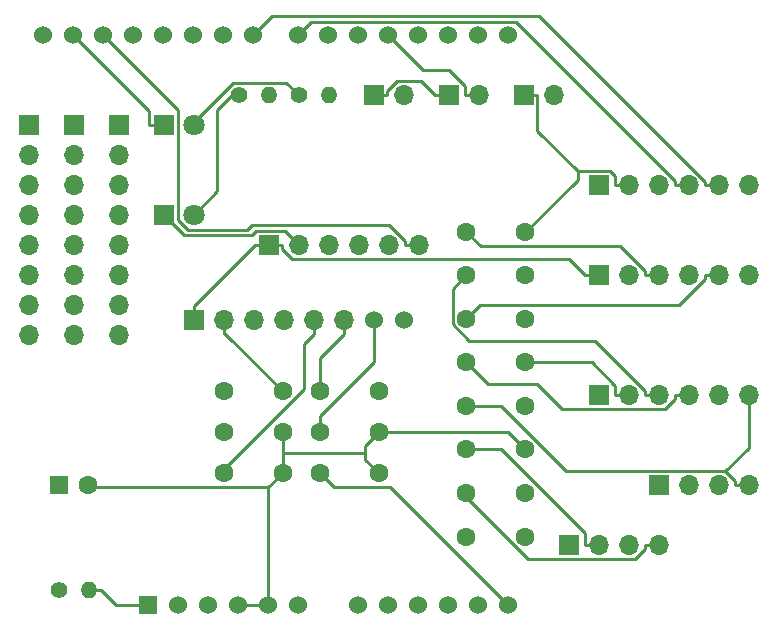
<source format=gbr>
G04 #@! TF.GenerationSoftware,KiCad,Pcbnew,(5.1.5-0-10_14)*
G04 #@! TF.CreationDate,2020-03-08T07:23:16+10:00*
G04 #@! TF.ProjectId,Arduino_NW_Template,41726475-696e-46f5-9f4e-575f54656d70,rev?*
G04 #@! TF.SameCoordinates,Original*
G04 #@! TF.FileFunction,Copper,L1,Top*
G04 #@! TF.FilePolarity,Positive*
%FSLAX46Y46*%
G04 Gerber Fmt 4.6, Leading zero omitted, Abs format (unit mm)*
G04 Created by KiCad (PCBNEW (5.1.5-0-10_14)) date 2020-03-08 07:23:16*
%MOMM*%
%LPD*%
G04 APERTURE LIST*
%ADD10C,1.400000*%
%ADD11O,1.400000X1.400000*%
%ADD12R,1.700000X1.700000*%
%ADD13O,1.700000X1.700000*%
%ADD14C,1.524000*%
%ADD15C,1.800000*%
%ADD16R,1.800000X1.800000*%
%ADD17C,1.600000*%
%ADD18R,1.600000X1.600000*%
%ADD19R,1.524000X1.524000*%
%ADD20C,0.250000*%
G04 APERTURE END LIST*
D10*
X123810000Y-70866000D03*
D11*
X126350000Y-70866000D03*
D10*
X118730000Y-70866000D03*
D11*
X121270000Y-70866000D03*
D12*
X149210000Y-96266000D03*
D13*
X151750000Y-96266000D03*
X154290000Y-96266000D03*
X156830000Y-96266000D03*
X159370000Y-96266000D03*
X161910000Y-96266000D03*
D12*
X149210000Y-86106000D03*
D13*
X151750000Y-86106000D03*
X154290000Y-86106000D03*
X156830000Y-86106000D03*
X159370000Y-86106000D03*
X161910000Y-86106000D03*
X161910000Y-103886000D03*
X159370000Y-103886000D03*
X156830000Y-103886000D03*
D12*
X154290000Y-103886000D03*
D14*
X132700000Y-89916000D03*
X130160000Y-89916000D03*
D12*
X114920000Y-89916000D03*
D13*
X117460000Y-89916000D03*
X120000000Y-89916000D03*
X122540000Y-89916000D03*
X125080000Y-89916000D03*
X127620000Y-89916000D03*
X154290000Y-108966000D03*
X151750000Y-108966000D03*
X149210000Y-108966000D03*
D12*
X146670000Y-108966000D03*
D13*
X108570000Y-91186000D03*
X108570000Y-88646000D03*
X108570000Y-86106000D03*
X108570000Y-83566000D03*
X108570000Y-81026000D03*
X108570000Y-78486000D03*
X108570000Y-75946000D03*
D12*
X108570000Y-73406000D03*
D13*
X104760000Y-91186000D03*
X104760000Y-88646000D03*
X104760000Y-86106000D03*
X104760000Y-83566000D03*
X104760000Y-81026000D03*
X104760000Y-78486000D03*
X104760000Y-75946000D03*
D12*
X104760000Y-73406000D03*
D13*
X100950000Y-91186000D03*
X100950000Y-88646000D03*
X100950000Y-86106000D03*
X100950000Y-83566000D03*
X100950000Y-81026000D03*
X100950000Y-78486000D03*
X100950000Y-75946000D03*
D12*
X100950000Y-73406000D03*
X121270000Y-83566000D03*
D13*
X123810000Y-83566000D03*
X126350000Y-83566000D03*
X128890000Y-83566000D03*
X131430000Y-83566000D03*
X133970000Y-83566000D03*
X139050000Y-70866000D03*
D12*
X136510000Y-70866000D03*
D13*
X132700000Y-70866000D03*
D12*
X130160000Y-70866000D03*
D13*
X145400000Y-70866000D03*
D12*
X142860000Y-70866000D03*
D15*
X114920000Y-81026000D03*
D16*
X112380000Y-81026000D03*
D15*
X114920000Y-73406000D03*
D16*
X112380000Y-73406000D03*
D17*
X143020000Y-97188900D03*
X138020000Y-97188900D03*
X143020000Y-108246000D03*
X138020000Y-108246000D03*
X143020000Y-104560000D03*
X138020000Y-104560000D03*
X143020000Y-93503100D03*
X138020000Y-93503100D03*
X143020000Y-89817400D03*
X138020000Y-89817400D03*
X143020000Y-86131700D03*
X138020000Y-86131700D03*
X143020000Y-100875000D03*
X138020000Y-100875000D03*
X143020000Y-82446000D03*
X138020000Y-82446000D03*
X130610000Y-102856000D03*
X125610000Y-102856000D03*
X130610000Y-99406000D03*
X125610000Y-99406000D03*
X130610000Y-95956000D03*
X125610000Y-95956000D03*
X122460000Y-102856000D03*
X117460000Y-102856000D03*
X122460000Y-99406000D03*
X117460000Y-99406000D03*
X122460000Y-95956000D03*
X117460000Y-95956000D03*
D12*
X149210000Y-78486000D03*
D13*
X151750000Y-78486000D03*
X154290000Y-78486000D03*
X156830000Y-78486000D03*
X159370000Y-78486000D03*
X161910000Y-78486000D03*
D10*
X103490000Y-112776000D03*
D11*
X106030000Y-112776000D03*
D18*
X103490000Y-103886000D03*
D17*
X105990000Y-103886000D03*
D14*
X102177000Y-65782000D03*
X104717000Y-65782000D03*
X107257000Y-65782000D03*
X109797000Y-65782000D03*
X112337000Y-65782000D03*
X114877000Y-65782000D03*
X117417000Y-65782000D03*
X119957000Y-65782000D03*
X123767000Y-65782000D03*
X126307000Y-65782000D03*
X128847000Y-65782000D03*
X131387000Y-65782000D03*
X133927000Y-65782000D03*
X136467000Y-65782000D03*
X139007000Y-65782000D03*
X141547000Y-65782000D03*
X141547000Y-114042000D03*
X139007000Y-114042000D03*
X136467000Y-114042000D03*
X133927000Y-114042000D03*
X131387000Y-114042000D03*
X128847000Y-114042000D03*
X123767000Y-114042000D03*
X121227000Y-114042000D03*
X118687000Y-114042000D03*
X116147000Y-114042000D03*
X113607000Y-114042000D03*
D19*
X111067000Y-114042000D03*
D20*
X151750000Y-96266000D02*
X150574700Y-96266000D01*
X143020000Y-93503100D02*
X148619800Y-93503100D01*
X148619800Y-93503100D02*
X150574700Y-95458000D01*
X150574700Y-95458000D02*
X150574700Y-96266000D01*
X112380000Y-81026000D02*
X114082500Y-82728500D01*
X114082500Y-82728500D02*
X119889900Y-82728500D01*
X119889900Y-82728500D02*
X120227700Y-82390700D01*
X120227700Y-82390700D02*
X122634700Y-82390700D01*
X122634700Y-82390700D02*
X123810000Y-83566000D01*
X129478000Y-101131000D02*
X129478000Y-100538000D01*
X129478000Y-100538000D02*
X130610000Y-99406000D01*
X130610000Y-102856000D02*
X129478000Y-101724000D01*
X129478000Y-101724000D02*
X129478000Y-101131000D01*
X122460000Y-101131000D02*
X129478000Y-101131000D01*
X122460000Y-101131000D02*
X122460000Y-99406000D01*
X122460000Y-102856000D02*
X122460000Y-101131000D01*
X121227000Y-104089000D02*
X122460000Y-102856000D01*
X121227000Y-114042000D02*
X121227000Y-104089000D01*
X121227000Y-104089000D02*
X106193000Y-104089000D01*
X106193000Y-104089000D02*
X105990000Y-103886000D01*
X147441300Y-77292700D02*
X144035300Y-73886700D01*
X144035300Y-73886700D02*
X144035300Y-70866000D01*
X143020000Y-82446000D02*
X147441300Y-78024700D01*
X147441300Y-78024700D02*
X147441300Y-77292700D01*
X150574700Y-78486000D02*
X150574700Y-77677900D01*
X150574700Y-77677900D02*
X150189500Y-77292700D01*
X150189500Y-77292700D02*
X147441300Y-77292700D01*
X142860000Y-70866000D02*
X144035300Y-70866000D01*
X151750000Y-78486000D02*
X150574700Y-78486000D01*
X118687000Y-114042000D02*
X121227000Y-114042000D01*
X136510000Y-70866000D02*
X135334700Y-70866000D01*
X130160000Y-70866000D02*
X131335300Y-70866000D01*
X135334700Y-70866000D02*
X134159400Y-69690700D01*
X134159400Y-69690700D02*
X132143200Y-69690700D01*
X132143200Y-69690700D02*
X131335300Y-70498600D01*
X131335300Y-70498600D02*
X131335300Y-70866000D01*
X112380000Y-73406000D02*
X111154700Y-73406000D01*
X111154700Y-73406000D02*
X111154700Y-72219700D01*
X111154700Y-72219700D02*
X104717000Y-65782000D01*
X117460000Y-89916000D02*
X117460000Y-91091300D01*
X122460000Y-95956000D02*
X117595300Y-91091300D01*
X117595300Y-91091300D02*
X117460000Y-91091300D01*
X130610000Y-99406000D02*
X141551000Y-99406000D01*
X141551000Y-99406000D02*
X143020000Y-100875000D01*
X121270000Y-83566000D02*
X122445300Y-83566000D01*
X149210000Y-86106000D02*
X148034700Y-86106000D01*
X148034700Y-86106000D02*
X146670000Y-84741300D01*
X146670000Y-84741300D02*
X123253200Y-84741300D01*
X123253200Y-84741300D02*
X122445300Y-83933400D01*
X122445300Y-83933400D02*
X122445300Y-83566000D01*
X121270000Y-83566000D02*
X120094700Y-83566000D01*
X114920000Y-89916000D02*
X114920000Y-88740700D01*
X114920000Y-88740700D02*
X120094700Y-83566000D01*
X125080000Y-89916000D02*
X125080000Y-91091300D01*
X125080000Y-91091300D02*
X124248900Y-91922400D01*
X124248900Y-91922400D02*
X124248900Y-95767100D01*
X124248900Y-95767100D02*
X117460000Y-102556000D01*
X117460000Y-102556000D02*
X117460000Y-102856000D01*
X127620000Y-89916000D02*
X127620000Y-91091300D01*
X127620000Y-91091300D02*
X125610000Y-93101300D01*
X125610000Y-93101300D02*
X125610000Y-95956000D01*
X125610000Y-99406000D02*
X125610000Y-98016000D01*
X125610000Y-98016000D02*
X130160000Y-93466000D01*
X130160000Y-93466000D02*
X130160000Y-89916000D01*
X141547000Y-114042000D02*
X131592100Y-104087100D01*
X131592100Y-104087100D02*
X126841100Y-104087100D01*
X126841100Y-104087100D02*
X125610000Y-102856000D01*
X154290000Y-86106000D02*
X153114700Y-86106000D01*
X138020000Y-82446000D02*
X139234600Y-83660600D01*
X139234600Y-83660600D02*
X151036600Y-83660600D01*
X151036600Y-83660600D02*
X153114700Y-85738700D01*
X153114700Y-85738700D02*
X153114700Y-86106000D01*
X149210000Y-108966000D02*
X148034700Y-108966000D01*
X138020000Y-100875000D02*
X140972100Y-100875000D01*
X140972100Y-100875000D02*
X148034700Y-107937600D01*
X148034700Y-107937600D02*
X148034700Y-108966000D01*
X154290000Y-96266000D02*
X153114700Y-96266000D01*
X138020000Y-86131700D02*
X136864400Y-87287300D01*
X136864400Y-87287300D02*
X136864400Y-90255500D01*
X136864400Y-90255500D02*
X138269200Y-91660300D01*
X138269200Y-91660300D02*
X148876300Y-91660300D01*
X148876300Y-91660300D02*
X153114700Y-95898700D01*
X153114700Y-95898700D02*
X153114700Y-96266000D01*
X159370000Y-86106000D02*
X158194700Y-86106000D01*
X138020000Y-89817400D02*
X139211200Y-88626200D01*
X139211200Y-88626200D02*
X156041800Y-88626200D01*
X156041800Y-88626200D02*
X158194700Y-86473300D01*
X158194700Y-86473300D02*
X158194700Y-86106000D01*
X156830000Y-96266000D02*
X155654700Y-96266000D01*
X138020000Y-93503100D02*
X139862900Y-95346000D01*
X139862900Y-95346000D02*
X143994700Y-95346000D01*
X143994700Y-95346000D02*
X146090000Y-97441300D01*
X146090000Y-97441300D02*
X154846800Y-97441300D01*
X154846800Y-97441300D02*
X155654700Y-96633400D01*
X155654700Y-96633400D02*
X155654700Y-96266000D01*
X154290000Y-108966000D02*
X153114700Y-108966000D01*
X138020000Y-104560000D02*
X138020000Y-104914200D01*
X138020000Y-104914200D02*
X143247100Y-110141300D01*
X143247100Y-110141300D02*
X152306800Y-110141300D01*
X152306800Y-110141300D02*
X153114700Y-109333400D01*
X153114700Y-109333400D02*
X153114700Y-108966000D01*
X159926800Y-102710700D02*
X160734700Y-103518600D01*
X160734700Y-103518600D02*
X160734700Y-103886000D01*
X138020000Y-97188900D02*
X140925500Y-97188900D01*
X140925500Y-97188900D02*
X146447300Y-102710700D01*
X146447300Y-102710700D02*
X159926800Y-102710700D01*
X159926800Y-102710700D02*
X161910000Y-100727500D01*
X161910000Y-100727500D02*
X161910000Y-96266000D01*
X161910000Y-103886000D02*
X160734700Y-103886000D01*
X114920000Y-73406000D02*
X114920000Y-73186300D01*
X114920000Y-73186300D02*
X118273700Y-69832600D01*
X118273700Y-69832600D02*
X122776600Y-69832600D01*
X122776600Y-69832600D02*
X123810000Y-70866000D01*
X114920000Y-81026000D02*
X116932600Y-79013400D01*
X116932600Y-79013400D02*
X116932600Y-72130300D01*
X116932600Y-72130300D02*
X118196900Y-70866000D01*
X118196900Y-70866000D02*
X118730000Y-70866000D01*
X137874700Y-70866000D02*
X137874700Y-70057900D01*
X137874700Y-70057900D02*
X136558300Y-68741500D01*
X136558300Y-68741500D02*
X134346500Y-68741500D01*
X134346500Y-68741500D02*
X131387000Y-65782000D01*
X139050000Y-70866000D02*
X137874700Y-70866000D01*
X156830000Y-78486000D02*
X155654700Y-78486000D01*
X123767000Y-65782000D02*
X124875600Y-64673400D01*
X124875600Y-64673400D02*
X142209400Y-64673400D01*
X142209400Y-64673400D02*
X155654700Y-78118700D01*
X155654700Y-78118700D02*
X155654700Y-78486000D01*
X158194700Y-78486000D02*
X158194700Y-78188400D01*
X158194700Y-78188400D02*
X144198900Y-64192600D01*
X144198900Y-64192600D02*
X121546400Y-64192600D01*
X121546400Y-64192600D02*
X119957000Y-65782000D01*
X159370000Y-78486000D02*
X158194700Y-78486000D01*
X132794700Y-83566000D02*
X132794700Y-83198600D01*
X132794700Y-83198600D02*
X131481500Y-81885400D01*
X131481500Y-81885400D02*
X119835300Y-81885400D01*
X119835300Y-81885400D02*
X119442600Y-82278100D01*
X119442600Y-82278100D02*
X114432500Y-82278100D01*
X114432500Y-82278100D02*
X113605300Y-81450900D01*
X113605300Y-81450900D02*
X113605300Y-72130300D01*
X113605300Y-72130300D02*
X107257000Y-65782000D01*
X133970000Y-83566000D02*
X132794700Y-83566000D01*
X106030000Y-112776000D02*
X107055300Y-112776000D01*
X111067000Y-114042000D02*
X108321300Y-114042000D01*
X108321300Y-114042000D02*
X107055300Y-112776000D01*
M02*

</source>
